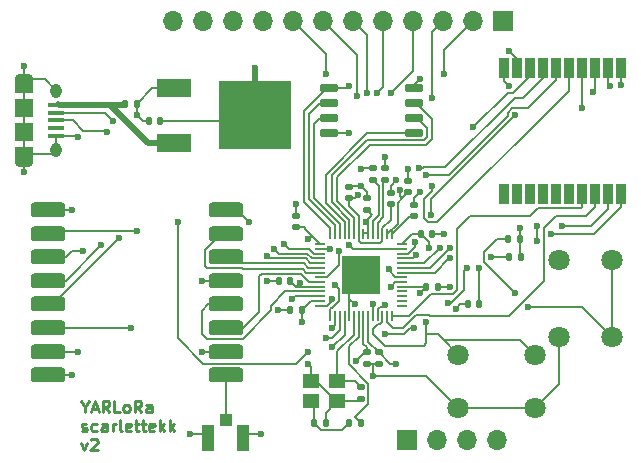
<source format=gbr>
%TF.GenerationSoftware,KiCad,Pcbnew,8.0.4*%
%TF.CreationDate,2024-08-04T17:25:46-04:00*%
%TF.ProjectId,board,626f6172-642e-46b6-9963-61645f706362,rev?*%
%TF.SameCoordinates,Original*%
%TF.FileFunction,Copper,L1,Top*%
%TF.FilePolarity,Positive*%
%FSLAX46Y46*%
G04 Gerber Fmt 4.6, Leading zero omitted, Abs format (unit mm)*
G04 Created by KiCad (PCBNEW 8.0.4) date 2024-08-04 17:25:46*
%MOMM*%
%LPD*%
G01*
G04 APERTURE LIST*
G04 Aperture macros list*
%AMRoundRect*
0 Rectangle with rounded corners*
0 $1 Rounding radius*
0 $2 $3 $4 $5 $6 $7 $8 $9 X,Y pos of 4 corners*
0 Add a 4 corners polygon primitive as box body*
4,1,4,$2,$3,$4,$5,$6,$7,$8,$9,$2,$3,0*
0 Add four circle primitives for the rounded corners*
1,1,$1+$1,$2,$3*
1,1,$1+$1,$4,$5*
1,1,$1+$1,$6,$7*
1,1,$1+$1,$8,$9*
0 Add four rect primitives between the rounded corners*
20,1,$1+$1,$2,$3,$4,$5,0*
20,1,$1+$1,$4,$5,$6,$7,0*
20,1,$1+$1,$6,$7,$8,$9,0*
20,1,$1+$1,$8,$9,$2,$3,0*%
G04 Aperture macros list end*
%ADD10C,0.250000*%
%TA.AperFunction,NonConductor*%
%ADD11C,0.250000*%
%TD*%
%TA.AperFunction,SMDPad,CuDef*%
%ADD12R,1.000000X1.050000*%
%TD*%
%TA.AperFunction,SMDPad,CuDef*%
%ADD13R,1.050000X2.200000*%
%TD*%
%TA.AperFunction,ComponentPad*%
%ADD14C,1.800000*%
%TD*%
%TA.AperFunction,SMDPad,CuDef*%
%ADD15RoundRect,0.140000X-0.170000X0.140000X-0.170000X-0.140000X0.170000X-0.140000X0.170000X0.140000X0*%
%TD*%
%TA.AperFunction,SMDPad,CuDef*%
%ADD16RoundRect,0.135000X-0.185000X0.135000X-0.185000X-0.135000X0.185000X-0.135000X0.185000X0.135000X0*%
%TD*%
%TA.AperFunction,ComponentPad*%
%ADD17R,1.700000X1.700000*%
%TD*%
%TA.AperFunction,ComponentPad*%
%ADD18O,1.700000X1.700000*%
%TD*%
%TA.AperFunction,SMDPad,CuDef*%
%ADD19RoundRect,0.140000X0.140000X0.170000X-0.140000X0.170000X-0.140000X-0.170000X0.140000X-0.170000X0*%
%TD*%
%TA.AperFunction,SMDPad,CuDef*%
%ADD20RoundRect,0.140000X0.170000X-0.140000X0.170000X0.140000X-0.170000X0.140000X-0.170000X-0.140000X0*%
%TD*%
%TA.AperFunction,SMDPad,CuDef*%
%ADD21RoundRect,0.135000X-0.135000X-0.185000X0.135000X-0.185000X0.135000X0.185000X-0.135000X0.185000X0*%
%TD*%
%TA.AperFunction,SMDPad,CuDef*%
%ADD22RoundRect,0.317500X-1.157500X-0.317500X1.157500X-0.317500X1.157500X0.317500X-1.157500X0.317500X0*%
%TD*%
%TA.AperFunction,SMDPad,CuDef*%
%ADD23RoundRect,0.140000X-0.140000X-0.170000X0.140000X-0.170000X0.140000X0.170000X-0.140000X0.170000X0*%
%TD*%
%TA.AperFunction,SMDPad,CuDef*%
%ADD24RoundRect,0.150000X-0.650000X-0.150000X0.650000X-0.150000X0.650000X0.150000X-0.650000X0.150000X0*%
%TD*%
%TA.AperFunction,SMDPad,CuDef*%
%ADD25R,1.350000X0.400000*%
%TD*%
%TA.AperFunction,ComponentPad*%
%ADD26O,1.550000X0.890000*%
%TD*%
%TA.AperFunction,SMDPad,CuDef*%
%ADD27R,1.550000X1.200000*%
%TD*%
%TA.AperFunction,ComponentPad*%
%ADD28O,0.950000X1.250000*%
%TD*%
%TA.AperFunction,SMDPad,CuDef*%
%ADD29R,1.550000X1.500000*%
%TD*%
%TA.AperFunction,SMDPad,CuDef*%
%ADD30R,0.900000X1.800000*%
%TD*%
%TA.AperFunction,SMDPad,CuDef*%
%ADD31RoundRect,0.050000X-0.387500X-0.050000X0.387500X-0.050000X0.387500X0.050000X-0.387500X0.050000X0*%
%TD*%
%TA.AperFunction,SMDPad,CuDef*%
%ADD32RoundRect,0.050000X-0.050000X-0.387500X0.050000X-0.387500X0.050000X0.387500X-0.050000X0.387500X0*%
%TD*%
%TA.AperFunction,HeatsinkPad*%
%ADD33R,3.200000X3.200000*%
%TD*%
%TA.AperFunction,SMDPad,CuDef*%
%ADD34R,1.400000X1.200000*%
%TD*%
%TA.AperFunction,SMDPad,CuDef*%
%ADD35RoundRect,0.135000X0.135000X0.185000X-0.135000X0.185000X-0.135000X-0.185000X0.135000X-0.185000X0*%
%TD*%
%TA.AperFunction,SMDPad,CuDef*%
%ADD36R,3.000000X1.600000*%
%TD*%
%TA.AperFunction,SMDPad,CuDef*%
%ADD37R,6.200000X5.800000*%
%TD*%
%TA.AperFunction,ViaPad*%
%ADD38C,0.600000*%
%TD*%
%TA.AperFunction,Conductor*%
%ADD39C,0.200000*%
%TD*%
%TA.AperFunction,Conductor*%
%ADD40C,0.500000*%
%TD*%
G04 APERTURE END LIST*
D10*
D11*
X48593044Y-61168540D02*
X48593044Y-61644731D01*
X48259711Y-60644731D02*
X48593044Y-61168540D01*
X48593044Y-61168540D02*
X48926377Y-60644731D01*
X49212092Y-61359016D02*
X49688282Y-61359016D01*
X49116854Y-61644731D02*
X49450187Y-60644731D01*
X49450187Y-60644731D02*
X49783520Y-61644731D01*
X50688282Y-61644731D02*
X50354949Y-61168540D01*
X50116854Y-61644731D02*
X50116854Y-60644731D01*
X50116854Y-60644731D02*
X50497806Y-60644731D01*
X50497806Y-60644731D02*
X50593044Y-60692350D01*
X50593044Y-60692350D02*
X50640663Y-60739969D01*
X50640663Y-60739969D02*
X50688282Y-60835207D01*
X50688282Y-60835207D02*
X50688282Y-60978064D01*
X50688282Y-60978064D02*
X50640663Y-61073302D01*
X50640663Y-61073302D02*
X50593044Y-61120921D01*
X50593044Y-61120921D02*
X50497806Y-61168540D01*
X50497806Y-61168540D02*
X50116854Y-61168540D01*
X51593044Y-61644731D02*
X51116854Y-61644731D01*
X51116854Y-61644731D02*
X51116854Y-60644731D01*
X52069235Y-61644731D02*
X51973997Y-61597112D01*
X51973997Y-61597112D02*
X51926378Y-61549492D01*
X51926378Y-61549492D02*
X51878759Y-61454254D01*
X51878759Y-61454254D02*
X51878759Y-61168540D01*
X51878759Y-61168540D02*
X51926378Y-61073302D01*
X51926378Y-61073302D02*
X51973997Y-61025683D01*
X51973997Y-61025683D02*
X52069235Y-60978064D01*
X52069235Y-60978064D02*
X52212092Y-60978064D01*
X52212092Y-60978064D02*
X52307330Y-61025683D01*
X52307330Y-61025683D02*
X52354949Y-61073302D01*
X52354949Y-61073302D02*
X52402568Y-61168540D01*
X52402568Y-61168540D02*
X52402568Y-61454254D01*
X52402568Y-61454254D02*
X52354949Y-61549492D01*
X52354949Y-61549492D02*
X52307330Y-61597112D01*
X52307330Y-61597112D02*
X52212092Y-61644731D01*
X52212092Y-61644731D02*
X52069235Y-61644731D01*
X53402568Y-61644731D02*
X53069235Y-61168540D01*
X52831140Y-61644731D02*
X52831140Y-60644731D01*
X52831140Y-60644731D02*
X53212092Y-60644731D01*
X53212092Y-60644731D02*
X53307330Y-60692350D01*
X53307330Y-60692350D02*
X53354949Y-60739969D01*
X53354949Y-60739969D02*
X53402568Y-60835207D01*
X53402568Y-60835207D02*
X53402568Y-60978064D01*
X53402568Y-60978064D02*
X53354949Y-61073302D01*
X53354949Y-61073302D02*
X53307330Y-61120921D01*
X53307330Y-61120921D02*
X53212092Y-61168540D01*
X53212092Y-61168540D02*
X52831140Y-61168540D01*
X54259711Y-61644731D02*
X54259711Y-61120921D01*
X54259711Y-61120921D02*
X54212092Y-61025683D01*
X54212092Y-61025683D02*
X54116854Y-60978064D01*
X54116854Y-60978064D02*
X53926378Y-60978064D01*
X53926378Y-60978064D02*
X53831140Y-61025683D01*
X54259711Y-61597112D02*
X54164473Y-61644731D01*
X54164473Y-61644731D02*
X53926378Y-61644731D01*
X53926378Y-61644731D02*
X53831140Y-61597112D01*
X53831140Y-61597112D02*
X53783521Y-61501873D01*
X53783521Y-61501873D02*
X53783521Y-61406635D01*
X53783521Y-61406635D02*
X53831140Y-61311397D01*
X53831140Y-61311397D02*
X53926378Y-61263778D01*
X53926378Y-61263778D02*
X54164473Y-61263778D01*
X54164473Y-61263778D02*
X54259711Y-61216159D01*
X48354949Y-63207056D02*
X48450187Y-63254675D01*
X48450187Y-63254675D02*
X48640663Y-63254675D01*
X48640663Y-63254675D02*
X48735901Y-63207056D01*
X48735901Y-63207056D02*
X48783520Y-63111817D01*
X48783520Y-63111817D02*
X48783520Y-63064198D01*
X48783520Y-63064198D02*
X48735901Y-62968960D01*
X48735901Y-62968960D02*
X48640663Y-62921341D01*
X48640663Y-62921341D02*
X48497806Y-62921341D01*
X48497806Y-62921341D02*
X48402568Y-62873722D01*
X48402568Y-62873722D02*
X48354949Y-62778484D01*
X48354949Y-62778484D02*
X48354949Y-62730865D01*
X48354949Y-62730865D02*
X48402568Y-62635627D01*
X48402568Y-62635627D02*
X48497806Y-62588008D01*
X48497806Y-62588008D02*
X48640663Y-62588008D01*
X48640663Y-62588008D02*
X48735901Y-62635627D01*
X49640663Y-63207056D02*
X49545425Y-63254675D01*
X49545425Y-63254675D02*
X49354949Y-63254675D01*
X49354949Y-63254675D02*
X49259711Y-63207056D01*
X49259711Y-63207056D02*
X49212092Y-63159436D01*
X49212092Y-63159436D02*
X49164473Y-63064198D01*
X49164473Y-63064198D02*
X49164473Y-62778484D01*
X49164473Y-62778484D02*
X49212092Y-62683246D01*
X49212092Y-62683246D02*
X49259711Y-62635627D01*
X49259711Y-62635627D02*
X49354949Y-62588008D01*
X49354949Y-62588008D02*
X49545425Y-62588008D01*
X49545425Y-62588008D02*
X49640663Y-62635627D01*
X50497806Y-63254675D02*
X50497806Y-62730865D01*
X50497806Y-62730865D02*
X50450187Y-62635627D01*
X50450187Y-62635627D02*
X50354949Y-62588008D01*
X50354949Y-62588008D02*
X50164473Y-62588008D01*
X50164473Y-62588008D02*
X50069235Y-62635627D01*
X50497806Y-63207056D02*
X50402568Y-63254675D01*
X50402568Y-63254675D02*
X50164473Y-63254675D01*
X50164473Y-63254675D02*
X50069235Y-63207056D01*
X50069235Y-63207056D02*
X50021616Y-63111817D01*
X50021616Y-63111817D02*
X50021616Y-63016579D01*
X50021616Y-63016579D02*
X50069235Y-62921341D01*
X50069235Y-62921341D02*
X50164473Y-62873722D01*
X50164473Y-62873722D02*
X50402568Y-62873722D01*
X50402568Y-62873722D02*
X50497806Y-62826103D01*
X50973997Y-63254675D02*
X50973997Y-62588008D01*
X50973997Y-62778484D02*
X51021616Y-62683246D01*
X51021616Y-62683246D02*
X51069235Y-62635627D01*
X51069235Y-62635627D02*
X51164473Y-62588008D01*
X51164473Y-62588008D02*
X51259711Y-62588008D01*
X51735902Y-63254675D02*
X51640664Y-63207056D01*
X51640664Y-63207056D02*
X51593045Y-63111817D01*
X51593045Y-63111817D02*
X51593045Y-62254675D01*
X52497807Y-63207056D02*
X52402569Y-63254675D01*
X52402569Y-63254675D02*
X52212093Y-63254675D01*
X52212093Y-63254675D02*
X52116855Y-63207056D01*
X52116855Y-63207056D02*
X52069236Y-63111817D01*
X52069236Y-63111817D02*
X52069236Y-62730865D01*
X52069236Y-62730865D02*
X52116855Y-62635627D01*
X52116855Y-62635627D02*
X52212093Y-62588008D01*
X52212093Y-62588008D02*
X52402569Y-62588008D01*
X52402569Y-62588008D02*
X52497807Y-62635627D01*
X52497807Y-62635627D02*
X52545426Y-62730865D01*
X52545426Y-62730865D02*
X52545426Y-62826103D01*
X52545426Y-62826103D02*
X52069236Y-62921341D01*
X52831141Y-62588008D02*
X53212093Y-62588008D01*
X52973998Y-62254675D02*
X52973998Y-63111817D01*
X52973998Y-63111817D02*
X53021617Y-63207056D01*
X53021617Y-63207056D02*
X53116855Y-63254675D01*
X53116855Y-63254675D02*
X53212093Y-63254675D01*
X53402570Y-62588008D02*
X53783522Y-62588008D01*
X53545427Y-62254675D02*
X53545427Y-63111817D01*
X53545427Y-63111817D02*
X53593046Y-63207056D01*
X53593046Y-63207056D02*
X53688284Y-63254675D01*
X53688284Y-63254675D02*
X53783522Y-63254675D01*
X54497808Y-63207056D02*
X54402570Y-63254675D01*
X54402570Y-63254675D02*
X54212094Y-63254675D01*
X54212094Y-63254675D02*
X54116856Y-63207056D01*
X54116856Y-63207056D02*
X54069237Y-63111817D01*
X54069237Y-63111817D02*
X54069237Y-62730865D01*
X54069237Y-62730865D02*
X54116856Y-62635627D01*
X54116856Y-62635627D02*
X54212094Y-62588008D01*
X54212094Y-62588008D02*
X54402570Y-62588008D01*
X54402570Y-62588008D02*
X54497808Y-62635627D01*
X54497808Y-62635627D02*
X54545427Y-62730865D01*
X54545427Y-62730865D02*
X54545427Y-62826103D01*
X54545427Y-62826103D02*
X54069237Y-62921341D01*
X54973999Y-63254675D02*
X54973999Y-62254675D01*
X55069237Y-62873722D02*
X55354951Y-63254675D01*
X55354951Y-62588008D02*
X54973999Y-62968960D01*
X55783523Y-63254675D02*
X55783523Y-62254675D01*
X55878761Y-62873722D02*
X56164475Y-63254675D01*
X56164475Y-62588008D02*
X55783523Y-62968960D01*
X48307330Y-64197952D02*
X48545425Y-64864619D01*
X48545425Y-64864619D02*
X48783520Y-64197952D01*
X49116854Y-63959857D02*
X49164473Y-63912238D01*
X49164473Y-63912238D02*
X49259711Y-63864619D01*
X49259711Y-63864619D02*
X49497806Y-63864619D01*
X49497806Y-63864619D02*
X49593044Y-63912238D01*
X49593044Y-63912238D02*
X49640663Y-63959857D01*
X49640663Y-63959857D02*
X49688282Y-64055095D01*
X49688282Y-64055095D02*
X49688282Y-64150333D01*
X49688282Y-64150333D02*
X49640663Y-64293190D01*
X49640663Y-64293190D02*
X49069235Y-64864619D01*
X49069235Y-64864619D02*
X49688282Y-64864619D01*
D12*
%TO.P,J1,1,1*%
%TO.N,Net-(U4-ANT)*%
X60525000Y-62262500D03*
D13*
%TO.P,J1,2,2*%
%TO.N,GND*%
X59050000Y-63787500D03*
%TO.P,J1,3,3*%
X62000000Y-63787500D03*
%TD*%
D14*
%TO.P,SW2,1,1*%
%TO.N,GND*%
X86750000Y-61250000D03*
%TO.P,SW2,2,2*%
X80250000Y-61250000D03*
%TO.P,SW2,3,3*%
%TO.N,/RUN*%
X86750000Y-56750000D03*
%TO.P,SW2,4,4*%
X80250000Y-56750000D03*
%TD*%
%TO.P,SW1,1,1*%
%TO.N,GND*%
X88750000Y-55250000D03*
%TO.P,SW1,2,2*%
X88750000Y-48750000D03*
%TO.P,SW1,3,3*%
%TO.N,Net-(R6-Pad1)*%
X93250000Y-55250000D03*
%TO.P,SW1,4,4*%
X93250000Y-48750000D03*
%TD*%
D15*
%TO.P,C5,1*%
%TO.N,GND*%
X66500000Y-45020000D03*
%TO.P,C5,2*%
%TO.N,+3V3*%
X66500000Y-45980000D03*
%TD*%
D16*
%TO.P,R2,1*%
%TO.N,Net-(J4-D+)*%
X73000000Y-40980000D03*
%TO.P,R2,2*%
%TO.N,Net-(U1-USB_DP)*%
X73000000Y-42000000D03*
%TD*%
D17*
%TO.P,J2,1,Pin_1*%
%TO.N,Net-(J2-Pin_1)*%
X75920000Y-64000000D03*
D18*
%TO.P,J2,2,Pin_2*%
%TO.N,Net-(J2-Pin_2)*%
X78460000Y-64000000D03*
%TO.P,J2,3,Pin_3*%
%TO.N,/BLE_SWCLK*%
X81000000Y-64000000D03*
%TO.P,J2,4,Pin_4*%
%TO.N,/BLE_SWDIO*%
X83540000Y-64000000D03*
%TD*%
D19*
%TO.P,C15,1*%
%TO.N,GND*%
X69000000Y-62500000D03*
%TO.P,C15,2*%
%TO.N,Net-(C15-Pad2)*%
X68040000Y-62500000D03*
%TD*%
D20*
%TO.P,C16,1*%
%TO.N,GND*%
X72000000Y-60480000D03*
%TO.P,C16,2*%
%TO.N,Net-(U1-XIN)*%
X72000000Y-59520000D03*
%TD*%
D21*
%TO.P,R8,1*%
%TO.N,+3V3*%
X65980000Y-53000000D03*
%TO.P,R8,2*%
%TO.N,Net-(U1-GPIO10)*%
X67000000Y-53000000D03*
%TD*%
D17*
%TO.P,J3,1,Pin_1*%
%TO.N,Net-(J3-Pin_1)*%
X84000000Y-28500000D03*
D18*
%TO.P,J3,2,Pin_2*%
%TO.N,Net-(J3-Pin_2)*%
X81460000Y-28500000D03*
%TO.P,J3,3,Pin_3*%
%TO.N,Net-(J3-Pin_3)*%
X78920000Y-28500000D03*
%TO.P,J3,4,Pin_4*%
%TO.N,Net-(J3-Pin_4)*%
X76380000Y-28500000D03*
%TO.P,J3,5,Pin_5*%
%TO.N,Net-(J3-Pin_5)*%
X73840000Y-28500000D03*
%TO.P,J3,6,Pin_6*%
%TO.N,Net-(J3-Pin_6)*%
X71300000Y-28500000D03*
%TO.P,J3,7,Pin_7*%
%TO.N,Net-(J3-Pin_7)*%
X68760000Y-28500000D03*
%TO.P,J3,8,Pin_8*%
%TO.N,Net-(J3-Pin_8)*%
X66220000Y-28500000D03*
%TO.P,J3,9,Pin_9*%
%TO.N,unconnected-(J3-Pin_9-Pad9)*%
X63680000Y-28500000D03*
%TO.P,J3,10,Pin_10*%
%TO.N,unconnected-(J3-Pin_10-Pad10)*%
X61140000Y-28500000D03*
%TO.P,J3,11,Pin_11*%
%TO.N,unconnected-(J3-Pin_11-Pad11)*%
X58600000Y-28500000D03*
%TO.P,J3,12,Pin_12*%
%TO.N,unconnected-(J3-Pin_12-Pad12)*%
X56060000Y-28500000D03*
%TD*%
D22*
%TO.P,U4,1,GND*%
%TO.N,GND*%
X45475000Y-44500000D03*
%TO.P,U4,2,MISO*%
%TO.N,Net-(U1-GPIO0)*%
X45475000Y-46500000D03*
%TO.P,U4,3,MOSI*%
%TO.N,Net-(U1-GPIO3)*%
X45475000Y-48500000D03*
%TO.P,U4,4,SCK*%
%TO.N,Net-(U1-GPIO2)*%
X45475000Y-50500000D03*
%TO.P,U4,5,NSS*%
%TO.N,Net-(U1-GPIO1)*%
X45475000Y-52500000D03*
%TO.P,U4,6,RESET*%
%TO.N,Net-(U1-GPIO10)*%
X45475000Y-54500000D03*
%TO.P,U4,7,DIO5*%
%TO.N,/DIO5*%
X45475000Y-56500000D03*
%TO.P,U4,8,GND*%
%TO.N,GND*%
X45475000Y-58500000D03*
%TO.P,U4,9,ANT*%
%TO.N,Net-(U4-ANT)*%
X60525000Y-58500000D03*
%TO.P,U4,10,GND*%
%TO.N,GND*%
X60525000Y-56500000D03*
%TO.P,U4,11,DIO3*%
%TO.N,/DIO3*%
X60525000Y-54500000D03*
%TO.P,U4,12,DIO4*%
%TO.N,/DIO4*%
X60525000Y-52500000D03*
%TO.P,U4,13,3.3V*%
%TO.N,+3V3*%
X60525000Y-50500000D03*
%TO.P,U4,14,DIO0*%
%TO.N,/DIO0*%
X60525000Y-48500000D03*
%TO.P,U4,15,DIO1*%
%TO.N,/DIO1*%
X60525000Y-46500000D03*
%TO.P,U4,16,DIO2*%
%TO.N,/DIO2*%
X60525000Y-44500000D03*
%TD*%
D15*
%TO.P,C9,1*%
%TO.N,+1V1*%
X73500000Y-56540000D03*
%TO.P,C9,2*%
%TO.N,GND*%
X73500000Y-57500000D03*
%TD*%
D20*
%TO.P,C11,1*%
%TO.N,+1V1*%
X74500000Y-44000000D03*
%TO.P,C11,2*%
%TO.N,GND*%
X74500000Y-43040000D03*
%TD*%
D23*
%TO.P,C12,1*%
%TO.N,VBUS*%
X52040000Y-35500000D03*
%TO.P,C12,2*%
%TO.N,GND*%
X53000000Y-35500000D03*
%TD*%
D19*
%TO.P,C1,1*%
%TO.N,GND*%
X78000000Y-46500000D03*
%TO.P,C1,2*%
%TO.N,+3V3*%
X77040000Y-46500000D03*
%TD*%
D24*
%TO.P,U2,1,~{CS}*%
%TO.N,Net-(U1-QSPI_SS)*%
X69300000Y-34190000D03*
%TO.P,U2,2,DO(IO1)*%
%TO.N,Net-(U1-QSPI_SD1)*%
X69300000Y-35460000D03*
%TO.P,U2,3,IO2*%
%TO.N,Net-(U1-QSPI_SD2)*%
X69300000Y-36730000D03*
%TO.P,U2,4,GND*%
%TO.N,GND*%
X69300000Y-38000000D03*
%TO.P,U2,5,DI(IO0)*%
%TO.N,Net-(U1-QSPI_SD0)*%
X76500000Y-38000000D03*
%TO.P,U2,6,CLK*%
%TO.N,Net-(U1-QSPI_SCLK)*%
X76500000Y-36730000D03*
%TO.P,U2,7,IO3*%
%TO.N,Net-(U1-QSPI_SD3)*%
X76500000Y-35460000D03*
%TO.P,U2,8,VCC*%
%TO.N,+3V3*%
X76500000Y-34190000D03*
%TD*%
D16*
%TO.P,R1,1*%
%TO.N,Net-(J4-D-)*%
X73990000Y-40980000D03*
%TO.P,R1,2*%
%TO.N,Net-(U1-USB_DM)*%
X73990000Y-42000000D03*
%TD*%
D21*
%TO.P,R7,1*%
%TO.N,Net-(C15-Pad2)*%
X70980000Y-62500000D03*
%TO.P,R7,2*%
%TO.N,Net-(U1-XOUT)*%
X72000000Y-62500000D03*
%TD*%
D25*
%TO.P,J4,1,VBUS*%
%TO.N,VBUS*%
X46200000Y-35600000D03*
%TO.P,J4,2,D-*%
%TO.N,Net-(J4-D-)*%
X46200000Y-36250000D03*
%TO.P,J4,3,D+*%
%TO.N,Net-(J4-D+)*%
X46200000Y-36900000D03*
%TO.P,J4,4,ID*%
%TO.N,unconnected-(J4-ID-Pad4)*%
X46200000Y-37550000D03*
%TO.P,J4,5,GND*%
%TO.N,GND*%
X46200000Y-38200000D03*
D26*
%TO.P,J4,6,Shield*%
X43500000Y-33400000D03*
D27*
X43500000Y-34000000D03*
D28*
X46200000Y-34400000D03*
D29*
X43500000Y-35900000D03*
X43500000Y-37900000D03*
D28*
X46200000Y-39400000D03*
D27*
X43500000Y-39800000D03*
D26*
X43500000Y-40400000D03*
%TD*%
D30*
%TO.P,U5,1,GND*%
%TO.N,GND*%
X94000000Y-32500500D03*
%TO.P,U5,2,PA00*%
%TO.N,+3V3*%
X92900000Y-32500000D03*
%TO.P,U5,3,PA01*%
%TO.N,/BLE_SWCLK*%
X91800000Y-32500000D03*
%TO.P,U5,4,PA02*%
%TO.N,/BLE_SWDIO*%
X90700000Y-32500000D03*
%TO.P,U5,5,PA03*%
%TO.N,Net-(U1-GPIO11)*%
X89600000Y-32500000D03*
%TO.P,U5,6,PA04*%
%TO.N,Net-(U1-GPIO12)*%
X88500000Y-32500000D03*
%TO.P,U5,7,PA05*%
%TO.N,Net-(U1-GPIO13)*%
X87400000Y-32500000D03*
%TO.P,U5,8,PA06*%
%TO.N,Net-(U1-GPIO14)*%
X86300000Y-32500000D03*
%TO.P,U5,9,GND*%
%TO.N,GND*%
X85200000Y-32500000D03*
%TO.P,U5,10,VCC*%
%TO.N,+3V3*%
X84100000Y-32500000D03*
%TO.P,U5,11,PC00*%
%TO.N,unconnected-(U5-PC00-Pad11)*%
X84100000Y-43128000D03*
%TO.P,U5,12,PC01*%
%TO.N,unconnected-(U5-PC01-Pad12)*%
X85200000Y-43128000D03*
%TO.P,U5,13,PC02*%
%TO.N,unconnected-(U5-PC02-Pad13)*%
X86300000Y-43128000D03*
%TO.P,U5,14,PC03*%
%TO.N,unconnected-(U5-PC03-Pad14)*%
X87400000Y-43128000D03*
%TO.P,U5,15,PC04*%
%TO.N,unconnected-(U5-PC04-Pad15)*%
X88500000Y-43128000D03*
%TO.P,U5,16,PC05*%
%TO.N,unconnected-(U5-PC05-Pad16)*%
X89600000Y-43128000D03*
%TO.P,U5,17,PB02*%
%TO.N,/PB02*%
X90700000Y-43128000D03*
%TO.P,U5,18,PB01*%
%TO.N,/PB01*%
X91800000Y-43128000D03*
%TO.P,U5,19,RESET*%
%TO.N,/RUN*%
X92900000Y-43128000D03*
%TO.P,U5,20,PB00*%
%TO.N,/PB00*%
X94000000Y-43128000D03*
%TD*%
D19*
%TO.P,C13,1*%
%TO.N,+3V3*%
X54980000Y-37000000D03*
%TO.P,C13,2*%
%TO.N,GND*%
X54020000Y-37000000D03*
%TD*%
D31*
%TO.P,U1,1,IOVDD*%
%TO.N,+3V3*%
X68562500Y-47400000D03*
%TO.P,U1,2,GPIO0*%
%TO.N,Net-(U1-GPIO0)*%
X68562500Y-47800000D03*
%TO.P,U1,3,GPIO1*%
%TO.N,Net-(U1-GPIO1)*%
X68562500Y-48200000D03*
%TO.P,U1,4,GPIO2*%
%TO.N,Net-(U1-GPIO2)*%
X68562500Y-48600000D03*
%TO.P,U1,5,GPIO3*%
%TO.N,Net-(U1-GPIO3)*%
X68562500Y-49000000D03*
%TO.P,U1,6,GPIO4*%
%TO.N,/DIO0*%
X68562500Y-49400000D03*
%TO.P,U1,7,GPIO5*%
%TO.N,/DIO1*%
X68562500Y-49800000D03*
%TO.P,U1,8,GPIO6*%
%TO.N,/DIO2*%
X68562500Y-50200000D03*
%TO.P,U1,9,GPIO7*%
%TO.N,/DIO3*%
X68562500Y-50600000D03*
%TO.P,U1,10,IOVDD*%
%TO.N,+3V3*%
X68562500Y-51000000D03*
%TO.P,U1,11,GPIO8*%
%TO.N,/DIO4*%
X68562500Y-51400000D03*
%TO.P,U1,12,GPIO9*%
%TO.N,/DIO5*%
X68562500Y-51800000D03*
%TO.P,U1,13,GPIO10*%
%TO.N,Net-(U1-GPIO10)*%
X68562500Y-52200000D03*
%TO.P,U1,14,GPIO11*%
%TO.N,Net-(U1-GPIO11)*%
X68562500Y-52600000D03*
D32*
%TO.P,U1,15,GPIO12*%
%TO.N,Net-(U1-GPIO12)*%
X69400000Y-53437500D03*
%TO.P,U1,16,GPIO13*%
%TO.N,Net-(U1-GPIO13)*%
X69800000Y-53437500D03*
%TO.P,U1,17,GPIO14*%
%TO.N,Net-(U1-GPIO14)*%
X70200000Y-53437500D03*
%TO.P,U1,18,GPIO15*%
%TO.N,/PB00*%
X70600000Y-53437500D03*
%TO.P,U1,19,TESTEN*%
%TO.N,GND*%
X71000000Y-53437500D03*
%TO.P,U1,20,XIN*%
%TO.N,Net-(U1-XIN)*%
X71400000Y-53437500D03*
%TO.P,U1,21,XOUT*%
%TO.N,Net-(U1-XOUT)*%
X71800000Y-53437500D03*
%TO.P,U1,22,IOVDD*%
%TO.N,+3V3*%
X72200000Y-53437500D03*
%TO.P,U1,23,DVDD*%
%TO.N,+1V1*%
X72600000Y-53437500D03*
%TO.P,U1,24,SWCLK*%
%TO.N,Net-(J2-Pin_2)*%
X73000000Y-53437500D03*
%TO.P,U1,25,SWD*%
%TO.N,Net-(J2-Pin_1)*%
X73400000Y-53437500D03*
%TO.P,U1,26,RUN*%
%TO.N,/RUN*%
X73800000Y-53437500D03*
%TO.P,U1,27,GPIO16*%
%TO.N,/PB01*%
X74200000Y-53437500D03*
%TO.P,U1,28,GPIO17*%
%TO.N,/PB02*%
X74600000Y-53437500D03*
D31*
%TO.P,U1,29,GPIO18*%
%TO.N,unconnected-(U1-GPIO18-Pad29)*%
X75437500Y-52600000D03*
%TO.P,U1,30,GPIO19*%
%TO.N,unconnected-(U1-GPIO19-Pad30)*%
X75437500Y-52200000D03*
%TO.P,U1,31,GPIO20*%
%TO.N,unconnected-(U1-GPIO20-Pad31)*%
X75437500Y-51800000D03*
%TO.P,U1,32,GPIO21*%
%TO.N,unconnected-(U1-GPIO21-Pad32)*%
X75437500Y-51400000D03*
%TO.P,U1,33,IOVDD*%
%TO.N,+3V3*%
X75437500Y-51000000D03*
%TO.P,U1,34,GPIO22*%
%TO.N,Net-(J3-Pin_1)*%
X75437500Y-50600000D03*
%TO.P,U1,35,GPIO23*%
%TO.N,Net-(J3-Pin_2)*%
X75437500Y-50200000D03*
%TO.P,U1,36,GPIO24*%
%TO.N,Net-(J3-Pin_3)*%
X75437500Y-49800000D03*
%TO.P,U1,37,GPIO25*%
%TO.N,Net-(J3-Pin_4)*%
X75437500Y-49400000D03*
%TO.P,U1,38,GPIO26_ADC0*%
%TO.N,Net-(J3-Pin_5)*%
X75437500Y-49000000D03*
%TO.P,U1,39,GPIO27_ADC1*%
%TO.N,Net-(J3-Pin_6)*%
X75437500Y-48600000D03*
%TO.P,U1,40,GPIO28_ADC2*%
%TO.N,Net-(J3-Pin_7)*%
X75437500Y-48200000D03*
%TO.P,U1,41,GPIO29_ADC3*%
%TO.N,Net-(J3-Pin_8)*%
X75437500Y-47800000D03*
%TO.P,U1,42,IOVDD*%
%TO.N,+3V3*%
X75437500Y-47400000D03*
D32*
%TO.P,U1,43,ADC_AVDD*%
X74600000Y-46562500D03*
%TO.P,U1,44,VREG_IN*%
X74200000Y-46562500D03*
%TO.P,U1,45,VREG_VOUT*%
%TO.N,+1V1*%
X73800000Y-46562500D03*
%TO.P,U1,46,USB_DM*%
%TO.N,Net-(U1-USB_DM)*%
X73400000Y-46562500D03*
%TO.P,U1,47,USB_DP*%
%TO.N,Net-(U1-USB_DP)*%
X73000000Y-46562500D03*
%TO.P,U1,48,USB_VDD*%
%TO.N,+3V3*%
X72600000Y-46562500D03*
%TO.P,U1,49,IOVDD*%
X72200000Y-46562500D03*
%TO.P,U1,50,DVDD*%
%TO.N,+1V1*%
X71800000Y-46562500D03*
%TO.P,U1,51,QSPI_SD3*%
%TO.N,Net-(U1-QSPI_SD3)*%
X71400000Y-46562500D03*
%TO.P,U1,52,QSPI_SCLK*%
%TO.N,Net-(U1-QSPI_SCLK)*%
X71000000Y-46562500D03*
%TO.P,U1,53,QSPI_SD0*%
%TO.N,Net-(U1-QSPI_SD0)*%
X70600000Y-46562500D03*
%TO.P,U1,54,QSPI_SD2*%
%TO.N,Net-(U1-QSPI_SD2)*%
X70200000Y-46562500D03*
%TO.P,U1,55,QSPI_SD1*%
%TO.N,Net-(U1-QSPI_SD1)*%
X69800000Y-46562500D03*
%TO.P,U1,56,QSPI_SS*%
%TO.N,Net-(U1-QSPI_SS)*%
X69400000Y-46562500D03*
D33*
%TO.P,U1,57,GND*%
%TO.N,GND*%
X72000000Y-50000000D03*
%TD*%
D23*
%TO.P,C4,1*%
%TO.N,GND*%
X65020000Y-50500000D03*
%TO.P,C4,2*%
%TO.N,+3V3*%
X65980000Y-50500000D03*
%TD*%
D19*
%TO.P,C2,1*%
%TO.N,GND*%
X78480000Y-51000000D03*
%TO.P,C2,2*%
%TO.N,+3V3*%
X77520000Y-51000000D03*
%TD*%
D21*
%TO.P,R6,1*%
%TO.N,Net-(R6-Pad1)*%
X84480000Y-47000000D03*
%TO.P,R6,2*%
%TO.N,Net-(U1-QSPI_SS)*%
X85500000Y-47000000D03*
%TD*%
D34*
%TO.P,Y1,1,1*%
%TO.N,Net-(C15-Pad2)*%
X67800000Y-60700000D03*
%TO.P,Y1,2,2*%
%TO.N,GND*%
X70000000Y-60700000D03*
%TO.P,Y1,3,3*%
%TO.N,Net-(U1-XIN)*%
X70000000Y-59000000D03*
%TO.P,Y1,4,4*%
%TO.N,GND*%
X67800000Y-59000000D03*
%TD*%
D15*
%TO.P,C6,1*%
%TO.N,GND*%
X72500000Y-43520000D03*
%TO.P,C6,2*%
%TO.N,+3V3*%
X72500000Y-44480000D03*
%TD*%
%TO.P,C7,1*%
%TO.N,GND*%
X76500000Y-44040000D03*
%TO.P,C7,2*%
%TO.N,+3V3*%
X76500000Y-45000000D03*
%TD*%
D20*
%TO.P,C8,1*%
%TO.N,+3V3*%
X76000000Y-43000000D03*
%TO.P,C8,2*%
%TO.N,GND*%
X76000000Y-42040000D03*
%TD*%
D35*
%TO.P,R5,1*%
%TO.N,Net-(U1-QSPI_SS)*%
X85510000Y-48500000D03*
%TO.P,R5,2*%
%TO.N,+3V3*%
X84490000Y-48500000D03*
%TD*%
D20*
%TO.P,C10,1*%
%TO.N,+1V1*%
X71000000Y-43480000D03*
%TO.P,C10,2*%
%TO.N,GND*%
X71000000Y-42520000D03*
%TD*%
%TO.P,C3,1*%
%TO.N,GND*%
X72500000Y-57500000D03*
%TO.P,C3,2*%
%TO.N,+3V3*%
X72500000Y-56540000D03*
%TD*%
D23*
%TO.P,C14,1*%
%TO.N,+3V3*%
X81020000Y-52500000D03*
%TO.P,C14,2*%
%TO.N,GND*%
X81980000Y-52500000D03*
%TD*%
D36*
%TO.P,U3,1,ADJ/GND*%
%TO.N,GND*%
X56152000Y-34210000D03*
D37*
%TO.P,U3,2,OUTPUT*%
%TO.N,+3V3*%
X63000000Y-36500000D03*
D36*
%TO.P,U3,3,INPUT*%
%TO.N,VBUS*%
X56152000Y-38790000D03*
%TD*%
D38*
%TO.N,+3V3*%
X63000000Y-32500000D03*
%TO.N,Net-(R6-Pad1)*%
X85000000Y-51500000D03*
%TO.N,GND*%
X76000000Y-41000000D03*
X71500000Y-52500000D03*
X64000000Y-50500000D03*
X47500000Y-44500000D03*
X82000000Y-49400000D03*
X77000000Y-43000000D03*
X53000000Y-36500000D03*
X72000000Y-42500000D03*
X75000000Y-42000000D03*
X57500000Y-63500000D03*
X73000000Y-58520000D03*
X71000000Y-38000000D03*
X58500000Y-56500000D03*
X47500000Y-58500000D03*
X66500000Y-44000000D03*
X43500000Y-32300000D03*
X94050000Y-33950000D03*
X43500000Y-41300000D03*
X48000000Y-38300000D03*
X79500000Y-51000000D03*
X67500000Y-57500000D03*
X84500000Y-31000000D03*
X79010000Y-46500000D03*
X63500000Y-63500000D03*
%TO.N,+3V3*%
X80000000Y-52900000D03*
X71600000Y-57300006D03*
X66825735Y-50674265D03*
X93100000Y-34000000D03*
X77000000Y-33400000D03*
X65000000Y-53000000D03*
X67500000Y-47000000D03*
X77764877Y-47745123D03*
X83000000Y-48500000D03*
X72400000Y-45500000D03*
X77000000Y-51500000D03*
X84500000Y-34000000D03*
X75304175Y-42810112D03*
X58500000Y-50500000D03*
%TO.N,+1V1*%
X71703866Y-43247251D03*
X56500000Y-45500000D03*
X67500000Y-56500000D03*
X75000000Y-57500000D03*
%TO.N,/BLE_SWCLK*%
X91600000Y-34500000D03*
%TO.N,/BLE_SWDIO*%
X90700000Y-35900000D03*
%TO.N,Net-(U1-QSPI_SS)*%
X85500000Y-46000000D03*
X71000000Y-34000000D03*
%TO.N,/RUN*%
X77500000Y-54000000D03*
X89000000Y-45900000D03*
%TO.N,Net-(J2-Pin_2)*%
X72977657Y-52477454D03*
%TO.N,Net-(J2-Pin_1)*%
X74043600Y-52510388D03*
%TO.N,Net-(U1-GPIO10)*%
X52500000Y-54500000D03*
X67000000Y-54000000D03*
%TO.N,Net-(U1-GPIO14)*%
X74000000Y-55000000D03*
X81500000Y-37500000D03*
X69000000Y-55300003D03*
X81000000Y-49400000D03*
X76500000Y-54500000D03*
X79375303Y-52400242D03*
%TO.N,Net-(U1-GPIO0)*%
X53000000Y-46300000D03*
X69387313Y-47815644D03*
%TO.N,Net-(U1-GPIO3)*%
X48500000Y-48000000D03*
X64000000Y-48400000D03*
%TO.N,Net-(U1-GPIO1)*%
X65500000Y-47400000D03*
X51500000Y-46900000D03*
%TO.N,/DIO2*%
X62500000Y-45500000D03*
X70175382Y-47953291D03*
%TO.N,/DIO5*%
X66171472Y-52000000D03*
X48000000Y-56500000D03*
%TO.N,Net-(U1-GPIO2)*%
X64624697Y-47800000D03*
X50000000Y-47500000D03*
%TO.N,Net-(J3-Pin_2)*%
X85000000Y-36500000D03*
X79000000Y-33000000D03*
X74328355Y-49468408D03*
X77954762Y-44954762D03*
%TO.N,Net-(J3-Pin_7)*%
X71674265Y-34825735D03*
X76551315Y-47206738D03*
%TO.N,Net-(J3-Pin_1)*%
X86900000Y-45900000D03*
X74500000Y-51000000D03*
X86900000Y-47099998D03*
%TO.N,Net-(J3-Pin_5)*%
X78679265Y-47679265D03*
X73348527Y-34600000D03*
%TO.N,Net-(J3-Pin_8)*%
X69000000Y-33000000D03*
X71000000Y-47500000D03*
%TO.N,Net-(J3-Pin_6)*%
X72500000Y-34600000D03*
X76684888Y-48335002D03*
%TO.N,Net-(J3-Pin_3)*%
X79500000Y-48582030D03*
X78000000Y-35000000D03*
%TO.N,Net-(J3-Pin_4)*%
X79500000Y-47707057D03*
X74500000Y-34600000D03*
%TO.N,Net-(U1-GPIO11)*%
X78000000Y-42500000D03*
X69500000Y-52000000D03*
%TO.N,Net-(U1-GPIO13)*%
X69500000Y-54500000D03*
X76934313Y-40934313D03*
%TO.N,Net-(U1-GPIO12)*%
X69775734Y-50875736D03*
X77500000Y-41500000D03*
%TO.N,/PB00*%
X69500000Y-56100006D03*
X88100000Y-46500000D03*
%TO.N,Net-(J4-D-)*%
X51000000Y-37000000D03*
X74000000Y-40000000D03*
%TO.N,Net-(J4-D+)*%
X50500000Y-37900000D03*
X72000000Y-41000000D03*
%TO.N,Net-(R6-Pad1)*%
X86174265Y-52674265D03*
%TD*%
D39*
%TO.N,+3V3*%
X62500000Y-37000000D02*
X63000000Y-36500000D01*
X54980000Y-37000000D02*
X62500000Y-37000000D01*
D40*
%TO.N,VBUS*%
X46400000Y-35600000D02*
X46300000Y-35500000D01*
X51940000Y-35600000D02*
X46400000Y-35600000D01*
X52040000Y-35500000D02*
X51940000Y-35600000D01*
D39*
%TO.N,GND*%
X53500000Y-37000000D02*
X53000000Y-36500000D01*
X54020000Y-37000000D02*
X53500000Y-37000000D01*
X53000000Y-35500000D02*
X53000000Y-36500000D01*
D40*
%TO.N,VBUS*%
X50751471Y-35600000D02*
X50500000Y-35600000D01*
X56152000Y-38790000D02*
X53941471Y-38790000D01*
X53941471Y-38790000D02*
X50751471Y-35600000D01*
%TO.N,+3V3*%
X63000000Y-36500000D02*
X63000000Y-32500000D01*
D39*
%TO.N,GND*%
X54290000Y-34210000D02*
X53000000Y-35500000D01*
X56152000Y-34210000D02*
X54290000Y-34210000D01*
%TO.N,Net-(R6-Pad1)*%
X83500000Y-47000000D02*
X84480000Y-47000000D01*
X82400000Y-48100000D02*
X83500000Y-47000000D01*
X85000000Y-51500000D02*
X82400000Y-48900000D01*
X82400000Y-48900000D02*
X82400000Y-48100000D01*
%TO.N,/PB01*%
X74200000Y-53971360D02*
X74200000Y-53437500D01*
X75565686Y-54500000D02*
X74728640Y-54500000D01*
X74728640Y-54500000D02*
X74200000Y-53971360D01*
X76665686Y-53400000D02*
X75565686Y-54500000D01*
X77848529Y-53500000D02*
X77748529Y-53400000D01*
X77748529Y-53400000D02*
X76665686Y-53400000D01*
X87500000Y-46000000D02*
X87500000Y-50500000D01*
X88500000Y-45000000D02*
X87500000Y-46000000D01*
X84500000Y-53500000D02*
X77848529Y-53500000D01*
X91028000Y-45000000D02*
X88500000Y-45000000D01*
X91800000Y-44228000D02*
X91028000Y-45000000D01*
X87500000Y-50500000D02*
X84500000Y-53500000D01*
X91800000Y-43128000D02*
X91800000Y-44228000D01*
%TO.N,GND*%
X88750000Y-48250000D02*
X88000000Y-49000000D01*
%TO.N,Net-(J3-Pin_1)*%
X86900000Y-45900000D02*
X86900000Y-47099998D01*
%TO.N,GND*%
X88750000Y-59250000D02*
X88750000Y-54750000D01*
X86750000Y-61250000D02*
X88750000Y-59250000D01*
X80250000Y-61250000D02*
X86750000Y-61250000D01*
X80250000Y-61250000D02*
X77520000Y-58520000D01*
X77520000Y-58520000D02*
X73000000Y-58520000D01*
%TO.N,/RUN*%
X85500000Y-55500000D02*
X86750000Y-56750000D01*
X79000000Y-55500000D02*
X85500000Y-55500000D01*
X79000000Y-55500000D02*
X80250000Y-56750000D01*
X78500000Y-55000000D02*
X79000000Y-55500000D01*
X77500000Y-55000000D02*
X78500000Y-55000000D01*
X77500000Y-55000000D02*
X77500000Y-55800000D01*
X77500000Y-54000000D02*
X77500000Y-55000000D01*
%TO.N,GND*%
X45475000Y-58500000D02*
X47500000Y-58500000D01*
X47900000Y-38200000D02*
X48000000Y-38300000D01*
X66500000Y-45020000D02*
X66500000Y-44000000D01*
X43500000Y-39800000D02*
X45800000Y-39800000D01*
X81980000Y-51120000D02*
X82000000Y-51100000D01*
X74500000Y-42500000D02*
X74500000Y-43010000D01*
X71000000Y-42500000D02*
X72000000Y-42500000D01*
X43500000Y-33400000D02*
X45200000Y-33400000D01*
X67800000Y-59000000D02*
X67800000Y-57800000D01*
X76500000Y-44010000D02*
X76500000Y-43500000D01*
X78480000Y-51000000D02*
X79500000Y-51000000D01*
X75000000Y-42000000D02*
X74500000Y-42500000D01*
X43500000Y-39800000D02*
X43500000Y-34000000D01*
X62000000Y-63500000D02*
X63500000Y-63500000D01*
X85200000Y-31700000D02*
X84500000Y-31000000D01*
X69900000Y-60700000D02*
X68200000Y-59000000D01*
X73000000Y-57500000D02*
X73000000Y-58520000D01*
X69000000Y-61700000D02*
X70000000Y-60700000D01*
X81980000Y-52500000D02*
X81980000Y-51120000D01*
X45475000Y-44500000D02*
X47500000Y-44500000D01*
X72500000Y-57500000D02*
X73000000Y-57500000D01*
X46200000Y-38200000D02*
X47900000Y-38200000D01*
X64000000Y-50500000D02*
X65020000Y-50500000D01*
X69300000Y-38000000D02*
X71000000Y-38000000D01*
X70000000Y-60700000D02*
X69900000Y-60700000D01*
X60525000Y-56500000D02*
X58500000Y-56500000D01*
X68200000Y-59000000D02*
X67800000Y-59000000D01*
X43500000Y-32300000D02*
X43500000Y-33400000D01*
X71000000Y-52000000D02*
X71000000Y-53437500D01*
X72500000Y-43510000D02*
X72500000Y-43000000D01*
X77990000Y-46500000D02*
X79010000Y-46500000D01*
X73000000Y-57500000D02*
X73500000Y-57500000D01*
X76500000Y-43500000D02*
X77000000Y-43000000D01*
X85200000Y-32500000D02*
X85200000Y-31700000D01*
X45200000Y-33400000D02*
X46200000Y-34400000D01*
X82000000Y-51100000D02*
X82000000Y-49400000D01*
X59050000Y-63500000D02*
X57500000Y-63500000D01*
X43500000Y-40400000D02*
X43500000Y-41300000D01*
X45800000Y-39800000D02*
X46200000Y-39400000D01*
X72500000Y-43000000D02*
X72000000Y-42500000D01*
X94050000Y-33950000D02*
X94000000Y-33900000D01*
X94000000Y-33900000D02*
X94000000Y-32500500D01*
X70000000Y-60700000D02*
X71780000Y-60700000D01*
X72000000Y-50000000D02*
X71000000Y-51000000D01*
X71780000Y-60700000D02*
X72000000Y-60480000D01*
X46200000Y-38200000D02*
X46200000Y-39400000D01*
X69000000Y-62500000D02*
X69000000Y-61700000D01*
X76000000Y-42010000D02*
X76000000Y-41000000D01*
X71000000Y-52000000D02*
X71500000Y-52500000D01*
X71000000Y-51000000D02*
X71000000Y-52000000D01*
X67800000Y-57800000D02*
X67500000Y-57500000D01*
%TO.N,+3V3*%
X65000000Y-53000000D02*
X65980000Y-53000000D01*
X66480000Y-51000000D02*
X65980000Y-50500000D01*
X72944314Y-44924314D02*
X72600000Y-45268628D01*
X76500000Y-33900000D02*
X77000000Y-33400000D01*
X67831250Y-46668750D02*
X67500000Y-47000000D01*
X67142500Y-45980000D02*
X67331250Y-46168750D01*
X77500000Y-51000000D02*
X77000000Y-51500000D01*
X66500000Y-45980000D02*
X67142500Y-45980000D01*
X72500000Y-56540000D02*
X72360006Y-56540000D01*
X60525000Y-50500000D02*
X58500000Y-50500000D01*
X72200000Y-46562500D02*
X72300000Y-46462500D01*
X72360006Y-56540000D02*
X71600000Y-57300006D01*
X84490000Y-48500000D02*
X83000000Y-48500000D01*
X77520000Y-51000000D02*
X77500000Y-51000000D01*
X72520000Y-56140000D02*
X72200000Y-55820000D01*
X77040000Y-46500000D02*
X76337500Y-46500000D01*
X67831250Y-46668750D02*
X68562500Y-47400000D01*
X84100000Y-33600000D02*
X84100000Y-32500000D01*
X66480000Y-51000000D02*
X66500000Y-51000000D01*
X75500000Y-43500000D02*
X76000000Y-43000000D01*
X66500000Y-51000000D02*
X66825735Y-50674265D01*
X77040000Y-46500000D02*
X77764877Y-47224877D01*
X74200000Y-46562500D02*
X75110000Y-45652500D01*
X72600000Y-45268628D02*
X72600000Y-45500000D01*
X92900000Y-33800000D02*
X93100000Y-34000000D01*
X92900000Y-32500000D02*
X92900000Y-33800000D01*
X68562500Y-51000000D02*
X66480000Y-51000000D01*
X72200000Y-55820000D02*
X72200000Y-53437500D01*
X75500000Y-43500000D02*
X75304175Y-43304175D01*
X72500000Y-56540000D02*
X72520000Y-56520000D01*
X72500000Y-56540000D02*
X72700000Y-56340000D01*
X75110000Y-45652500D02*
X75110000Y-43890000D01*
X72500000Y-46462500D02*
X72600000Y-46562500D01*
X76500000Y-45000000D02*
X76162500Y-45000000D01*
X67331250Y-46168750D02*
X67831250Y-46668750D01*
X75304175Y-43304175D02*
X75304175Y-42810112D01*
X76162500Y-45000000D02*
X74600000Y-46562500D01*
X80400000Y-52500000D02*
X80000000Y-52900000D01*
X72520000Y-56520000D02*
X72520000Y-56140000D01*
X75110000Y-43890000D02*
X75500000Y-43500000D01*
X72600000Y-45500000D02*
X72400000Y-45500000D01*
X76337500Y-46500000D02*
X75437500Y-47400000D01*
X72300000Y-46462500D02*
X72500000Y-46462500D01*
X72600000Y-46362500D02*
X72500000Y-46462500D01*
X77764877Y-47224877D02*
X77764877Y-47745123D01*
X72500000Y-44480000D02*
X72944314Y-44924314D01*
X76500000Y-34190000D02*
X76500000Y-33900000D01*
X81020000Y-52500000D02*
X80400000Y-52500000D01*
X75437500Y-51000000D02*
X77520000Y-51000000D01*
X72600000Y-45500000D02*
X72600000Y-46362500D01*
X84500000Y-34000000D02*
X84100000Y-33600000D01*
%TO.N,+1V1*%
X72003640Y-47300000D02*
X73596360Y-47300000D01*
X71800000Y-46562500D02*
X71800000Y-44984314D01*
X58651471Y-57500000D02*
X66500000Y-57500000D01*
X66500000Y-57500000D02*
X67500000Y-56500000D01*
X72600000Y-53437500D02*
X72600000Y-55640000D01*
X72600000Y-55640000D02*
X73500000Y-56540000D01*
X73800000Y-46028640D02*
X74500000Y-45328640D01*
X73800000Y-46562500D02*
X73800000Y-46028640D01*
X71000000Y-43480000D02*
X71471117Y-43480000D01*
X75000000Y-57500000D02*
X74460000Y-57500000D01*
X73800000Y-47096360D02*
X73800000Y-46562500D01*
X71800000Y-46562500D02*
X71800000Y-47096360D01*
X71800000Y-44984314D02*
X71000000Y-44184314D01*
X73596360Y-47300000D02*
X73800000Y-47096360D01*
X74460000Y-57500000D02*
X73500000Y-56540000D01*
X56500000Y-45500000D02*
X56500000Y-55348529D01*
X71471117Y-43480000D02*
X71703866Y-43247251D01*
X71000000Y-44184314D02*
X71000000Y-43490000D01*
X56500000Y-55348529D02*
X58651471Y-57500000D01*
X74500000Y-45328640D02*
X74500000Y-44000000D01*
X71800000Y-47096360D02*
X72003640Y-47300000D01*
%TO.N,/BLE_SWCLK*%
X91800000Y-34300000D02*
X91600000Y-34500000D01*
X91800000Y-32500000D02*
X91800000Y-34300000D01*
%TO.N,/BLE_SWDIO*%
X90700000Y-35900000D02*
X90700000Y-32500000D01*
%TO.N,Net-(U1-USB_DM)*%
X73890000Y-45110000D02*
X73890000Y-42100000D01*
X73400000Y-46562500D02*
X73400000Y-45600000D01*
X73890000Y-42100000D02*
X73990000Y-42000000D01*
X73400000Y-45600000D02*
X73890000Y-45110000D01*
%TO.N,Net-(U1-USB_DP)*%
X73000000Y-45434314D02*
X73490000Y-44944314D01*
X73490000Y-44944314D02*
X73490000Y-42490000D01*
X73490000Y-42490000D02*
X73000000Y-42000000D01*
X73000000Y-46562500D02*
X73000000Y-45434314D01*
%TO.N,Net-(U1-QSPI_SD3)*%
X78000000Y-38506238D02*
X78000000Y-36789448D01*
X76670552Y-35460000D02*
X76500000Y-35460000D01*
X71400000Y-45150000D02*
X70000000Y-43750000D01*
X77506238Y-39000000D02*
X78000000Y-38506238D01*
X70000000Y-43750000D02*
X70000000Y-41750000D01*
X72750000Y-39000000D02*
X77506238Y-39000000D01*
X70000000Y-41750000D02*
X72750000Y-39000000D01*
X71400000Y-46562500D02*
X71400000Y-45150000D01*
X78000000Y-36789448D02*
X76670552Y-35460000D01*
%TO.N,Net-(U1-QSPI_SS)*%
X67200000Y-36119448D02*
X67200000Y-43851471D01*
X69400000Y-46051471D02*
X69400000Y-46562500D01*
X85500000Y-48490000D02*
X85510000Y-48500000D01*
X71000000Y-34000000D02*
X70810000Y-34190000D01*
X70810000Y-34190000D02*
X69300000Y-34190000D01*
X67200000Y-43851471D02*
X69400000Y-46051471D01*
X69300000Y-34190000D02*
X69129448Y-34190000D01*
X85500000Y-47000000D02*
X85500000Y-48490000D01*
X69129448Y-34190000D02*
X67200000Y-36119448D01*
X85500000Y-47000000D02*
X85500000Y-46000000D01*
%TO.N,Net-(U1-QSPI_SD2)*%
X68000000Y-43447058D02*
X70200000Y-45647058D01*
X69300000Y-36730000D02*
X68500000Y-36730001D01*
X68000000Y-37230001D02*
X68000000Y-43447058D01*
X70200000Y-45647058D02*
X70200000Y-46562500D01*
X68500000Y-36730001D02*
X68000000Y-37230001D01*
%TO.N,Net-(U1-QSPI_SCLK)*%
X77340552Y-38600000D02*
X77600000Y-38340552D01*
X77600000Y-38340552D02*
X77600000Y-37600000D01*
X69500000Y-43815686D02*
X69500000Y-41570736D01*
X71000000Y-46562500D02*
X71000000Y-45315686D01*
X76730000Y-36730000D02*
X76500000Y-36730000D01*
X77600000Y-37600000D02*
X76730000Y-36730000D01*
X72470736Y-38600000D02*
X77340552Y-38600000D01*
X71000000Y-45315686D02*
X69500000Y-43815686D01*
X69500000Y-41570736D02*
X72470736Y-38600000D01*
%TO.N,Net-(U1-QSPI_SD0)*%
X70600000Y-46562500D02*
X70600000Y-45481372D01*
X70600000Y-45481372D02*
X69000000Y-43881372D01*
X69000000Y-41500000D02*
X72500000Y-38000000D01*
X69000000Y-43881372D02*
X69000000Y-41500000D01*
X72500000Y-38000000D02*
X76500000Y-38000000D01*
%TO.N,Net-(U1-QSPI_SD1)*%
X69800000Y-46562500D02*
X69800000Y-45812744D01*
X67600000Y-36360001D02*
X68500001Y-35460000D01*
X69800000Y-45812744D02*
X67600000Y-43612744D01*
X68500001Y-35460000D02*
X69300000Y-35460000D01*
X67600000Y-43612744D02*
X67600000Y-36360001D01*
%TO.N,/RUN*%
X73000000Y-54585680D02*
X73410680Y-54175000D01*
X89000000Y-45900000D02*
X91439735Y-45900000D01*
X91439735Y-45900000D02*
X92900000Y-44439735D01*
X73596360Y-54175000D02*
X73800000Y-53971360D01*
X77300000Y-56000000D02*
X74000000Y-56000000D01*
X77500000Y-55800000D02*
X77300000Y-56000000D01*
X73410680Y-54175000D02*
X73596360Y-54175000D01*
X92900000Y-44439735D02*
X92900000Y-43128000D01*
X73800000Y-53971360D02*
X73800000Y-53437500D01*
X73000000Y-55000000D02*
X73000000Y-54585680D01*
X74000000Y-56000000D02*
X73000000Y-55000000D01*
%TO.N,Net-(C15-Pad2)*%
X68040000Y-62500000D02*
X68040000Y-60940000D01*
X68040000Y-60940000D02*
X67800000Y-60700000D01*
X68650000Y-63110000D02*
X68040000Y-62500000D01*
X70980000Y-62500000D02*
X70370000Y-63110000D01*
X70370000Y-63110000D02*
X68650000Y-63110000D01*
%TO.N,Net-(U1-XIN)*%
X71400000Y-55048535D02*
X71400000Y-55029552D01*
X70000000Y-59000000D02*
X70000000Y-56448535D01*
X70000000Y-59000000D02*
X71480000Y-59000000D01*
X71400000Y-55029552D02*
X71400000Y-53437500D01*
X71480000Y-59000000D02*
X72000000Y-59520000D01*
X70000000Y-56448535D02*
X71400000Y-55048535D01*
%TO.N,Net-(U4-ANT)*%
X60525000Y-61975000D02*
X60525000Y-58500000D01*
%TO.N,Net-(J2-Pin_2)*%
X73000000Y-52499797D02*
X72977657Y-52477454D01*
X73000000Y-53437500D02*
X73000000Y-52499797D01*
%TO.N,Net-(J2-Pin_1)*%
X73853988Y-52700000D02*
X73603640Y-52700000D01*
X74043600Y-52510388D02*
X73853988Y-52700000D01*
X73603640Y-52700000D02*
X73400000Y-52903640D01*
X73400000Y-52903640D02*
X73400000Y-53437500D01*
%TO.N,Net-(R6-Pad1)*%
X84380000Y-46900000D02*
X84480000Y-47000000D01*
%TO.N,Net-(U1-XOUT)*%
X71000000Y-57583866D02*
X72610000Y-59193866D01*
X71800000Y-55214221D02*
X71000000Y-56014221D01*
X71000000Y-56014221D02*
X71000000Y-57583866D01*
X71800000Y-53437500D02*
X71800000Y-55214221D01*
X72610000Y-59193866D02*
X72610000Y-60890000D01*
X71500000Y-62000000D02*
X72000000Y-62500000D01*
X72610000Y-60890000D02*
X71500000Y-62000000D01*
%TO.N,Net-(U1-GPIO10)*%
X67800000Y-52200000D02*
X68562500Y-52200000D01*
X67000000Y-53000000D02*
X67800000Y-52200000D01*
X45475000Y-54500000D02*
X52500000Y-54500000D01*
X67000000Y-54000000D02*
X67000000Y-53000000D01*
%TO.N,Net-(U1-GPIO14)*%
X70200000Y-54648529D02*
X70200000Y-53437500D01*
X84400000Y-34600000D02*
X81500000Y-37500000D01*
X76131372Y-54500000D02*
X75631372Y-55000000D01*
X84900000Y-34600000D02*
X84400000Y-34600000D01*
X80700000Y-51300000D02*
X79599758Y-52400242D01*
X81000000Y-49400000D02*
X80700000Y-49700000D01*
X75631372Y-55000000D02*
X74000000Y-55000000D01*
X76500000Y-54500000D02*
X76131372Y-54500000D01*
X80700000Y-49700000D02*
X80700000Y-51300000D01*
X79599758Y-52400242D02*
X79375303Y-52400242D01*
X69548526Y-55300003D02*
X70200000Y-54648529D01*
X86300000Y-33200000D02*
X84900000Y-34600000D01*
X69000000Y-55300003D02*
X69548526Y-55300003D01*
X86300000Y-32500000D02*
X86300000Y-33200000D01*
%TO.N,Net-(U1-GPIO0)*%
X45675000Y-46300000D02*
X45475000Y-46500000D01*
X69371669Y-47800000D02*
X69387313Y-47815644D01*
X53000000Y-46300000D02*
X45675000Y-46300000D01*
X68562500Y-47800000D02*
X69371669Y-47800000D01*
%TO.N,/DIO0*%
X60525000Y-48500000D02*
X61025000Y-49000000D01*
X67131372Y-49000000D02*
X67531372Y-49400000D01*
X67531372Y-49400000D02*
X68562500Y-49400000D01*
X61025000Y-49000000D02*
X67131372Y-49000000D01*
%TO.N,Net-(U1-GPIO3)*%
X67297058Y-48600000D02*
X67697058Y-49000000D01*
X48500000Y-48000000D02*
X47500000Y-48000000D01*
X47500000Y-48000000D02*
X47000000Y-48500000D01*
X47000000Y-48500000D02*
X45475000Y-48500000D01*
X64000000Y-48400000D02*
X64200000Y-48600000D01*
X64200000Y-48600000D02*
X67297058Y-48600000D01*
X67697058Y-49000000D02*
X68562500Y-49000000D01*
%TO.N,Net-(U1-GPIO1)*%
X68028430Y-48200000D02*
X67628430Y-47800000D01*
X67628430Y-47800000D02*
X65900000Y-47800000D01*
X51500000Y-46900000D02*
X45900000Y-52500000D01*
X45900000Y-52500000D02*
X45475000Y-52500000D01*
X68562500Y-48200000D02*
X68028430Y-48200000D01*
X65900000Y-47800000D02*
X65500000Y-47400000D01*
%TO.N,/DIO2*%
X70175382Y-48024618D02*
X70100000Y-48100000D01*
X62500000Y-45500000D02*
X61500000Y-44500000D01*
X70175382Y-47953291D02*
X70175382Y-48024618D01*
X70100000Y-48100000D02*
X70100000Y-49196360D01*
X70100000Y-49196360D02*
X69096360Y-50200000D01*
X61500000Y-44500000D02*
X60525000Y-44500000D01*
X69096360Y-50200000D02*
X68562500Y-50200000D01*
%TO.N,/DIO4*%
X61965000Y-55435000D02*
X64400000Y-53000000D01*
X65600000Y-51400000D02*
X68562500Y-51400000D01*
X58500000Y-53050000D02*
X58500000Y-55000000D01*
X58500000Y-55000000D02*
X58935000Y-55435000D01*
X59050000Y-52500000D02*
X58500000Y-53050000D01*
X60525000Y-52500000D02*
X59050000Y-52500000D01*
X58935000Y-55435000D02*
X61965000Y-55435000D01*
X64400000Y-52600000D02*
X65600000Y-51400000D01*
X64400000Y-53000000D02*
X64400000Y-52600000D01*
%TO.N,/DIO5*%
X66371472Y-51800000D02*
X66171472Y-52000000D01*
X48000000Y-56500000D02*
X45475000Y-56500000D01*
X68562500Y-51800000D02*
X66371472Y-51800000D01*
%TO.N,Net-(U1-GPIO2)*%
X68562500Y-48600000D02*
X67862744Y-48600000D01*
X67462744Y-48200000D02*
X65024697Y-48200000D01*
X50000000Y-47500000D02*
X47000000Y-50500000D01*
X47000000Y-50500000D02*
X45475000Y-50500000D01*
X67862744Y-48600000D02*
X67462744Y-48200000D01*
X65024697Y-48200000D02*
X64624697Y-47800000D01*
%TO.N,/DIO1*%
X61938278Y-49435000D02*
X61993278Y-49490000D01*
X58935000Y-49435000D02*
X61938278Y-49435000D01*
X67055686Y-49490000D02*
X67365686Y-49800000D01*
X58750000Y-49250000D02*
X58935000Y-49435000D01*
X60525000Y-46500000D02*
X60176722Y-46500000D01*
X61993278Y-49490000D02*
X67055686Y-49490000D01*
X60176722Y-46500000D02*
X58750000Y-47926722D01*
X58750000Y-47926722D02*
X58750000Y-49250000D01*
X67365686Y-49800000D02*
X68562500Y-49800000D01*
%TO.N,/DIO3*%
X60525000Y-54500000D02*
X62000000Y-54500000D01*
X63400000Y-50100000D02*
X63610000Y-49890000D01*
X63610000Y-49890000D02*
X66890000Y-49890000D01*
X67600000Y-50600000D02*
X68562500Y-50600000D01*
X62000000Y-54500000D02*
X63400000Y-53100000D01*
X63400000Y-53100000D02*
X63400000Y-50100000D01*
X66890000Y-49890000D02*
X67600000Y-50600000D01*
%TO.N,Net-(J3-Pin_2)*%
X79000000Y-33000000D02*
X79000000Y-30960000D01*
X85000000Y-36500000D02*
X77954762Y-43545238D01*
X74903640Y-50200000D02*
X75437500Y-50200000D01*
X79000000Y-30960000D02*
X81460000Y-28500000D01*
X77954762Y-43545238D02*
X77954762Y-44954762D01*
X74328355Y-49468408D02*
X74328355Y-49624715D01*
X74328355Y-49624715D02*
X74903640Y-50200000D01*
%TO.N,Net-(J3-Pin_7)*%
X76551315Y-47620045D02*
X76551315Y-47206738D01*
X71674265Y-34825735D02*
X71674265Y-31414265D01*
X75437500Y-48200000D02*
X75971360Y-48200000D01*
X71674265Y-31414265D02*
X68760000Y-28500000D01*
X75971360Y-48200000D02*
X76551315Y-47620045D01*
%TO.N,Net-(J3-Pin_1)*%
X74900000Y-50600000D02*
X74500000Y-51000000D01*
X75437500Y-50600000D02*
X74900000Y-50600000D01*
%TO.N,Net-(J3-Pin_5)*%
X73840000Y-34108527D02*
X73840000Y-28500000D01*
X73348527Y-34600000D02*
X73840000Y-34108527D01*
X78679265Y-47679265D02*
X77358530Y-49000000D01*
X77358530Y-49000000D02*
X75437500Y-49000000D01*
%TO.N,Net-(J3-Pin_8)*%
X71300000Y-47800000D02*
X75437500Y-47800000D01*
X69000000Y-33000000D02*
X69000000Y-31280000D01*
X71000000Y-47500000D02*
X71300000Y-47800000D01*
X69000000Y-31280000D02*
X66220000Y-28500000D01*
%TO.N,Net-(J3-Pin_6)*%
X72500000Y-29700000D02*
X71300000Y-28500000D01*
X76419890Y-48600000D02*
X76684888Y-48335002D01*
X75437500Y-48600000D02*
X76419890Y-48600000D01*
X72500000Y-34600000D02*
X72500000Y-29700000D01*
%TO.N,Net-(J3-Pin_3)*%
X79458985Y-48582030D02*
X78241015Y-49800000D01*
X78000000Y-29420000D02*
X78920000Y-28500000D01*
X78241015Y-49800000D02*
X75437500Y-49800000D01*
X79500000Y-48582030D02*
X79458985Y-48582030D01*
X78000000Y-35000000D02*
X78000000Y-29420000D01*
%TO.N,Net-(J3-Pin_4)*%
X74500000Y-34600000D02*
X76380000Y-32720000D01*
X76380000Y-32720000D02*
X76380000Y-28500000D01*
X79500000Y-47707057D02*
X77807057Y-49400000D01*
X77807057Y-49400000D02*
X75437500Y-49400000D01*
%TO.N,Net-(U1-GPIO11)*%
X78445238Y-45554762D02*
X89600000Y-34400000D01*
X78000000Y-42934314D02*
X77354762Y-43579552D01*
X68562500Y-52600000D02*
X69096360Y-52600000D01*
X77354762Y-45203291D02*
X77706233Y-45554762D01*
X89600000Y-34400000D02*
X89600000Y-32500000D01*
X77706233Y-45554762D02*
X78445238Y-45554762D01*
X69500000Y-52196360D02*
X69500000Y-52000000D01*
X69096360Y-52600000D02*
X69500000Y-52196360D01*
X77354762Y-43579552D02*
X77354762Y-45203291D01*
X78000000Y-42500000D02*
X78000000Y-42934314D01*
%TO.N,Net-(U1-GPIO13)*%
X69800000Y-53437500D02*
X69800000Y-54200000D01*
X85750000Y-35000000D02*
X87400000Y-33350000D01*
X77251471Y-40900000D02*
X79100000Y-40900000D01*
X85000000Y-35000000D02*
X85750000Y-35000000D01*
X69800000Y-54200000D02*
X69500000Y-54500000D01*
X76934313Y-40934313D02*
X77217158Y-40934313D01*
X79100000Y-40900000D02*
X85000000Y-35000000D01*
X77217158Y-40934313D02*
X77251471Y-40900000D01*
X87400000Y-33350000D02*
X87400000Y-32500000D01*
%TO.N,Net-(U1-GPIO12)*%
X84751471Y-35900000D02*
X86100000Y-35900000D01*
X70100000Y-52248529D02*
X70100000Y-51200002D01*
X77500000Y-41500000D02*
X79434314Y-41500000D01*
X84400000Y-36251471D02*
X84751471Y-35900000D01*
X86100000Y-35900000D02*
X88500000Y-33500000D01*
X69603640Y-52700000D02*
X69648529Y-52700000D01*
X69648529Y-52700000D02*
X70100000Y-52248529D01*
X69400000Y-53437500D02*
X69400000Y-52903640D01*
X70100000Y-51200002D02*
X69775734Y-50875736D01*
X79434314Y-41500000D02*
X84400000Y-36534314D01*
X69400000Y-52903640D02*
X69603640Y-52700000D01*
X84400000Y-36534314D02*
X84400000Y-36251471D01*
X88500000Y-33500000D02*
X88500000Y-32500000D01*
%TO.N,/PB02*%
X90700000Y-44228000D02*
X90600000Y-44328000D01*
X80100000Y-51287352D02*
X80100000Y-47400000D01*
X79777352Y-51610000D02*
X80100000Y-51287352D01*
X90600000Y-44328000D02*
X87000000Y-44328000D01*
X80100000Y-47500000D02*
X80100000Y-46087352D01*
X80100000Y-46087352D02*
X81187352Y-45000000D01*
X77890000Y-51610000D02*
X79777352Y-51610000D01*
X81187352Y-45000000D02*
X86328000Y-45000000D01*
X87000000Y-44328000D02*
X86328000Y-45000000D01*
X74600000Y-53437500D02*
X76062500Y-53437500D01*
X90700000Y-44228000D02*
X90700000Y-43128000D01*
X76062500Y-53437500D02*
X77890000Y-51610000D01*
%TO.N,/PB00*%
X91728000Y-46500000D02*
X94000000Y-44228000D01*
X88100000Y-46500000D02*
X91728000Y-46500000D01*
X94000000Y-44228000D02*
X94000000Y-43128000D01*
X69500000Y-56100006D02*
X69548526Y-56100006D01*
X70600000Y-55048532D02*
X70600000Y-53437500D01*
X69548526Y-56100006D02*
X70600000Y-55048532D01*
%TO.N,Net-(J4-D-)*%
X50300000Y-36300000D02*
X51000000Y-37000000D01*
X73990000Y-40010000D02*
X74000000Y-40000000D01*
X46200000Y-36250000D02*
X48450000Y-36250000D01*
X73990000Y-40980000D02*
X73990000Y-40010000D01*
X48500000Y-36300000D02*
X50300000Y-36300000D01*
X48450000Y-36250000D02*
X48500000Y-36300000D01*
%TO.N,Net-(J4-D+)*%
X46200000Y-36900000D02*
X47600000Y-36900000D01*
X48500000Y-37800000D02*
X50400000Y-37800000D01*
X72020000Y-40980000D02*
X72000000Y-41000000D01*
X50400000Y-37800000D02*
X50500000Y-37900000D01*
X73000000Y-40980000D02*
X72020000Y-40980000D01*
X47600000Y-36900000D02*
X48500000Y-37800000D01*
%TO.N,Net-(R6-Pad1)*%
X93250000Y-54750000D02*
X93250000Y-48250000D01*
X93250000Y-55250000D02*
X90674265Y-52674265D01*
X90674265Y-52674265D02*
X86174265Y-52674265D01*
%TD*%
M02*

</source>
